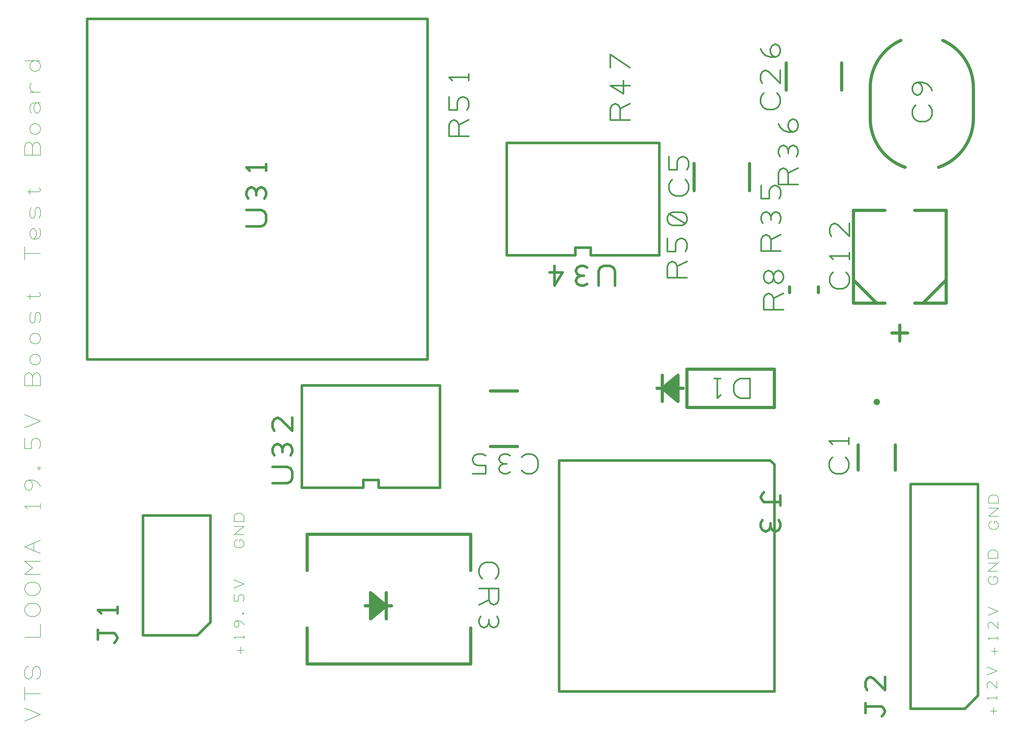
<source format=gbr>
%FSLAX23Y23*%
%MOIN*%
G04 EasyPC Gerber Version 17.0 Build 3379 *
%ADD72C,0.01756*%
%ADD74C,0.05269*%
%ADD80C,0.08782*%
%ADD73C,0.10539*%
X0Y0D02*
D02*
D72*
X1827Y6698D02*
X2354Y6918D01*
X1827Y7138*
X2354Y7621D02*
X1827D01*
Y7401D02*
Y7840D01*
X2223Y8104D02*
X2310Y8147D01*
X2354Y8235*
Y8411*
X2310Y8499*
X2223Y8543*
X2135Y8499*
X2091Y8411*
Y8235*
X2047Y8147*
X1959Y8104*
X1871Y8147*
X1827Y8235*
Y8411*
X1871Y8499*
X1959Y8543*
X1827Y9509D02*
X2354D01*
Y9948*
X2179Y10211D02*
X2003D01*
X1915Y10255*
X1871Y10299*
X1827Y10387*
Y10475*
X1871Y10563*
X1915Y10606*
X2003Y10650*
X2179*
X2266Y10606*
X2310Y10563*
X2354Y10475*
Y10387*
X2310Y10299*
X2266Y10255*
X2179Y10211*
Y10914D02*
X2003D01*
X1915Y10958*
X1871Y11002*
X1827Y11089*
Y11177*
X1871Y11265*
X1915Y11309*
X2003Y11353*
X2179*
X2266Y11309*
X2310Y11265*
X2354Y11177*
Y11089*
X2310Y11002*
X2266Y10958*
X2179Y10914*
X2354Y11616D02*
X1827D01*
X2091Y11836*
X1827Y12055*
X2354*
Y12319D02*
X1827Y12538D01*
X2354Y12758*
X2135Y12407D02*
Y12670D01*
X2354Y13812D02*
Y13987D01*
Y13900D02*
X1827D01*
X1915Y13812*
X2354Y14558D02*
X2310Y14646D01*
X2223Y14734*
X2091Y14778*
X1959*
X1871Y14734*
X1827Y14646*
Y14558*
X1871Y14471*
X1959Y14427*
X2047Y14471*
X2091Y14558*
Y14646*
X2047Y14734*
X1959Y14778*
X2354Y15173D02*
X2310Y15217D01*
X2266Y15173*
X2310Y15129*
X2354Y15173*
X2310Y15832D02*
X2354Y15920D01*
Y16051*
X2310Y16139*
X2223Y16183*
X2179*
X2091Y16139*
X2047Y16051*
Y15832*
X1827*
Y16183*
Y16534D02*
X2354Y16754D01*
X1827Y16973*
X2091Y18247D02*
X2135Y18335D01*
X2223Y18378*
X2310Y18335*
X2354Y18247*
Y17939*
X1827*
Y18247*
X1871Y18335*
X1959Y18378*
X2047Y18335*
X2091Y18247*
Y17939*
X2223Y18642D02*
X2310Y18686D01*
X2354Y18774*
Y18862*
X2310Y18949*
X2223Y18993*
X2135*
X2047Y18949*
X2003Y18862*
Y18774*
X2047Y18686*
X2135Y18642*
X2223*
Y19345D02*
X2310Y19388D01*
X2354Y19476*
Y19564*
X2310Y19652*
X2223Y19696*
X2135*
X2047Y19652*
X2003Y19564*
Y19476*
X2047Y19388*
X2135Y19345*
X2223*
X2310Y20047D02*
X2354Y20135D01*
Y20311*
X2310Y20398*
X2223*
X2179Y20311*
Y20135*
X2135Y20047*
X2047*
X2003Y20135*
Y20311*
X2047Y20398*
X2003Y20837D02*
Y21013D01*
X1915Y20925D02*
X2310D01*
X2354Y20969*
Y21013*
X2310Y21057*
X2354Y22374D02*
X1827D01*
Y22155D02*
Y22594D01*
X2310Y23209D02*
X2354Y23165D01*
Y23077*
Y22989*
X2310Y22901*
X2223Y22857*
X2091*
X2047Y22901*
X2003Y22989*
Y23077*
X2047Y23165*
X2091Y23209*
X2135*
X2179Y23165*
X2223Y23077*
Y22989*
X2179Y22901*
X2135Y22857*
X2310Y23560D02*
X2354Y23648D01*
Y23823*
X2310Y23911*
X2223*
X2179Y23823*
Y23648*
X2135Y23560*
X2047*
X2003Y23648*
Y23823*
X2047Y23911*
X2003Y24350D02*
Y24526D01*
X1915Y24438D02*
X2310D01*
X2354Y24482*
Y24526*
X2310Y24570*
X2091Y25975D02*
X2135Y26063D01*
X2223Y26107*
X2310Y26063*
X2354Y25975*
Y25668*
X1827*
Y25975*
X1871Y26063*
X1959Y26107*
X2047Y26063*
X2091Y25975*
Y25668*
X2223Y26370D02*
X2310Y26414D01*
X2354Y26502*
Y26590*
X2310Y26677*
X2223Y26721*
X2135*
X2047Y26677*
X2003Y26590*
Y26502*
X2047Y26414*
X2135Y26370*
X2223*
X2047Y27073D02*
X2003Y27160D01*
Y27292*
X2047Y27380*
X2135Y27424*
X2266*
X2310Y27380*
X2354Y27292*
Y27204*
X2310Y27117*
X2266Y27073*
X2223*
X2179Y27117*
X2135Y27204*
Y27292*
X2179Y27380*
X2223Y27424*
X2266D02*
X2354D01*
Y27775D02*
X2003D01*
X2135D02*
X2047Y27819D01*
X2003Y27907*
Y27995*
X2047Y28083*
X2135Y28829D02*
X2047Y28785D01*
X2003Y28697*
Y28610*
X2047Y28522*
X2135Y28478*
X2223*
X2310Y28522*
X2354Y28610*
Y28697*
X2310Y28785*
X2223Y28829*
X2354D02*
X1827D01*
X34331Y6927D02*
Y7146D01*
X34440Y7037D02*
X34221D01*
X34440Y7421D02*
Y7531D01*
Y7476D02*
X34111D01*
X34166Y7421*
X34440Y8025D02*
Y7805D01*
X34248Y7997*
X34193Y8025*
X34139Y7997*
X34111Y7942*
Y7860*
X34139Y7805*
X34111Y8244D02*
X34440Y8381D01*
X34111Y8519*
X34366Y8929D02*
Y9149D01*
X34476Y9039D02*
X34256D01*
X34476Y9423D02*
Y9533D01*
Y9478D02*
X34146D01*
X34201Y9423*
X34476Y10027D02*
Y9807D01*
X34283Y9999*
X34229Y10027*
X34174Y9999*
X34146Y9944*
Y9862*
X34174Y9807*
X34146Y10246D02*
X34476Y10384D01*
X34146Y10521*
X9074Y8964D02*
Y9184D01*
X9183Y9074D02*
X8964D01*
X9183Y9458D02*
Y9568D01*
Y9513D02*
X8854D01*
X8909Y9458*
X9183Y9925D02*
X9156Y9980D01*
X9101Y10034*
X9019Y10062*
X8936*
X8882Y10034*
X8854Y9980*
Y9925*
X8882Y9870*
X8936Y9842*
X8991Y9870*
X9019Y9925*
Y9980*
X8991Y10034*
X8936Y10062*
X9183Y10309D02*
X9156Y10336D01*
X9129Y10309*
X9156Y10281*
X9183Y10309*
X9156Y10721D02*
X9183Y10775D01*
Y10858*
X9156Y10913*
X9101Y10940*
X9074*
X9019Y10913*
X8991Y10858*
Y10721*
X8854*
Y10940*
Y11160D02*
X9183Y11297D01*
X8854Y11434*
X34338Y11475D02*
Y11557D01*
X34366*
X34421Y11530*
X34448Y11502*
X34476Y11447*
Y11392*
X34448Y11338*
X34421Y11310*
X34366Y11283*
X34256*
X34201Y11310*
X34174Y11338*
X34146Y11392*
Y11447*
X34174Y11502*
X34201Y11530*
X34256Y11557*
X34476Y11722D02*
X34146D01*
X34476Y11996*
X34146*
X34476Y12161D02*
X34146D01*
Y12325*
X34174Y12380*
X34201Y12408*
X34256Y12435*
X34366*
X34421Y12408*
X34448Y12380*
X34476Y12325*
Y12161*
X9046Y12704D02*
Y12787D01*
X9074*
X9129Y12759*
X9156Y12732*
X9183Y12677*
Y12622*
X9156Y12567*
X9129Y12540*
X9074Y12512*
X8964*
X8909Y12540*
X8882Y12567*
X8854Y12622*
Y12677*
X8882Y12732*
X8909Y12759*
X8964Y12787*
X9183Y12951D02*
X8854D01*
X9183Y13226*
X8854*
X9183Y13390D02*
X8854D01*
Y13555*
X8882Y13610*
X8909Y13637*
X8964Y13665*
X9074*
X9129Y13637*
X9156Y13610*
X9183Y13555*
Y13390*
X34356Y13319D02*
Y13401D01*
X34383*
X34438Y13374*
X34466Y13346*
X34493Y13291*
Y13237*
X34466Y13182*
X34438Y13154*
X34383Y13127*
X34274*
X34219Y13154*
X34191Y13182*
X34164Y13237*
Y13291*
X34191Y13346*
X34219Y13374*
X34274Y13401*
X34493Y13566D02*
X34164D01*
X34493Y13840*
X34164*
X34493Y14005D02*
X34164D01*
Y14170*
X34191Y14225*
X34219Y14252*
X34274Y14280*
X34383*
X34438Y14252*
X34466Y14225*
X34493Y14170*
Y14005*
D02*
D73*
X11303Y9818D02*
Y8613D01*
X16792*
Y9818*
X13957Y10125D02*
Y11003D01*
X13430Y10213D02*
X13957Y10564D01*
X13430Y10125*
Y11003*
X13957Y10564*
X13430Y10476*
Y10301D02*
X13957Y10564D01*
X13430Y10389*
X13255Y10564D02*
X14133D01*
X13430Y10740D02*
X13957Y10564D01*
X13430Y10652*
Y10916D02*
X13957Y10564D01*
X13430Y10828*
X16792Y11750D02*
Y12960D01*
X11303*
Y11750*
X31036Y15113D02*
Y15953D01*
X17452Y15902D02*
X18362D01*
X29789Y15953D02*
Y15113D01*
X30413Y17342D02*
G75*
G03Y17448J53D01*
G01*
G75*
G03Y17342J-53*
G01*
X23744Y17501D02*
X23217Y17852D01*
X23744Y17588*
Y17676D02*
X23217Y17852D01*
X23744Y17764*
X18362Y17764D02*
X17452D01*
X23919Y17852D02*
X23041D01*
X23744Y18115D02*
X23217Y17852D01*
X23744Y18027*
Y18203D02*
X23217Y17852D01*
X23744Y18291*
Y17413*
X23217Y17852*
X23744Y17940*
X23217Y18291D02*
Y17413D01*
X26979Y18493D02*
X24046D01*
Y17210*
X26979*
Y18493*
X30922Y19705D02*
X31449D01*
X31186Y19968D02*
Y19441D01*
X31963Y20706D02*
X32740Y21483D01*
X31688Y20706D02*
X32740D01*
Y23815*
X31688*
X30408Y20706D02*
X29631Y21483D01*
X28454Y21059D02*
Y21248D01*
X27488D02*
Y21059D01*
X30683Y23815D02*
X29631D01*
Y20706*
X30683*
X26145Y24475D02*
Y25385D01*
X32484Y25259D02*
G75*
G03X33653Y26896I-561J1637D01*
G01*
Y27932*
G75*
G03X32628Y29512I-1730*
G01*
X24283Y25385D02*
Y24475D01*
X29236Y27847D02*
Y28757D01*
X27374D02*
Y27847D01*
X31219Y29512D02*
G75*
G03X30193Y27932I704J-1580D01*
G01*
Y26896*
G75*
G03X31362Y25259I1730*
G01*
D02*
D74*
X17181Y11471D02*
X17126Y11526D01*
X17071Y11636*
Y11801*
X17126Y11911*
X17181Y11965*
X17290Y12020*
X17510*
X17620Y11965*
X17675Y11911*
X17729Y11801*
Y11636*
X17675Y11526*
X17620Y11471*
X17071Y11142D02*
X17729D01*
Y10758*
X17675Y10648*
X17565Y10593*
X17455Y10648*
X17400Y10758*
Y11142*
Y10758D02*
X17071Y10593D01*
X17126Y10209D02*
X17071Y10099D01*
Y9989*
X17126Y9880*
X17235Y9825*
X17345Y9880*
X17400Y9989*
Y10099*
Y9989D02*
X17455Y9880D01*
X17565Y9825*
X17675Y9880*
X17729Y9989*
Y10099*
X17675Y10209*
X29366Y15538D02*
X29420Y15483D01*
X29475Y15373*
Y15208*
X29420Y15098*
X29366Y15044*
X29256Y14989*
X29036*
X28926Y15044*
X28872Y15098*
X28817Y15208*
Y15373*
X28872Y15483*
X28926Y15538*
X29475Y15977D02*
Y16196D01*
Y16086D02*
X28817D01*
X28926Y15977*
X18500Y15540D02*
X18555Y15595D01*
X18665Y15650*
X18829*
X18939Y15595*
X18994Y15540*
X19049Y15430*
Y15210*
X18994Y15101*
X18939Y15046*
X18829Y14991*
X18665*
X18555Y15046*
X18500Y15101*
X18116Y15595D02*
X18006Y15650D01*
X17896*
X17787Y15595*
X17732Y15485*
X17787Y15375*
X17896Y15320*
X18006*
X17896D02*
X17787Y15265D01*
X17732Y15156*
X17787Y15046*
X17896Y14991*
X18006*
X18116Y15046*
X17293Y15595D02*
X17183Y15650D01*
X17018*
X16908Y15595*
X16853Y15485*
Y15430*
X16908Y15320*
X17018Y15265*
X17293*
Y14991*
X16853*
X26162Y18179D02*
Y17520D01*
X25833*
X25723Y17575*
X25668Y17630*
X25613Y17740*
Y17959*
X25668Y18069*
X25723Y18124*
X25833Y18179*
X26162*
X25174D02*
X24955D01*
X25065D02*
Y17520D01*
X25174Y17630*
X27280Y20486D02*
X26621D01*
Y20870*
X26676Y20980*
X26786Y21035*
X26896Y20980*
X26950Y20870*
Y20486*
Y20870D02*
X27280Y21035D01*
X26950Y21529D02*
Y21639D01*
X26896Y21749*
X26786Y21803*
X26676Y21749*
X26621Y21639*
Y21529*
X26676Y21419*
X26786Y21364*
X26896Y21419*
X26950Y21529*
X27005Y21419*
X27115Y21364*
X27225Y21419*
X27280Y21529*
Y21639*
X27225Y21749*
X27115Y21803*
X27005Y21749*
X26950Y21639*
X29383Y21738D02*
X29438Y21683D01*
X29493Y21573*
Y21408*
X29438Y21299*
X29383Y21244*
X29273Y21189*
X29054*
X28944Y21244*
X28889Y21299*
X28834Y21408*
Y21573*
X28889Y21683*
X28944Y21738*
X29493Y22177D02*
Y22396D01*
Y22286D02*
X28834D01*
X28944Y22177*
X29493Y23384D02*
Y22945D01*
X29109Y23329*
X28999Y23384*
X28889Y23329*
X28834Y23220*
Y23055*
X28889Y22945*
X24048Y21558D02*
X23389D01*
Y21942*
X23444Y22052*
X23554Y22106*
X23664Y22052*
X23719Y21942*
Y21558*
Y21942D02*
X24048Y22106D01*
X23993Y22436D02*
X24048Y22546D01*
Y22710*
X23993Y22820*
X23883Y22875*
X23829*
X23719Y22820*
X23664Y22710*
Y22436*
X23389*
Y22875*
X23993Y23369D02*
X24048Y23479D01*
Y23588*
X23993Y23698*
X23883Y23753*
X23554*
X23444Y23698*
X23389Y23588*
Y23479*
X23444Y23369*
X23554Y23314*
X23883*
X23993Y23369*
X23444Y23698*
X27192Y22453D02*
X26533D01*
Y22838*
X26588Y22947*
X26698Y23002*
X26808Y22947*
X26863Y22838*
Y22453*
Y22838D02*
X27192Y23002D01*
X27137Y23386D02*
X27192Y23496D01*
Y23606*
X27137Y23716*
X27027Y23771*
X26918Y23716*
X26863Y23606*
Y23496*
Y23606D02*
X26808Y23716D01*
X26698Y23771*
X26588Y23716*
X26533Y23606*
Y23496*
X26588Y23386*
X27137Y24210D02*
X27192Y24320D01*
Y24484*
X27137Y24594*
X27027Y24649*
X26972*
X26863Y24594*
X26808Y24484*
Y24210*
X26533*
Y24649*
X23991Y24846D02*
X24046Y24792D01*
X24101Y24682*
Y24517*
X24046Y24407*
X23991Y24352*
X23881Y24298*
X23662*
X23552Y24352*
X23497Y24407*
X23442Y24517*
Y24682*
X23497Y24792*
X23552Y24846*
X24046Y25176D02*
X24101Y25286D01*
Y25450*
X24046Y25560*
X23936Y25615*
X23881*
X23771Y25560*
X23716Y25450*
Y25176*
X23442*
Y25615*
X27772Y24684D02*
X27113D01*
Y25068*
X27168Y25178*
X27278Y25233*
X27387Y25178*
X27442Y25068*
Y24684*
Y25068D02*
X27772Y25233D01*
X27717Y25617D02*
X27772Y25727D01*
Y25837*
X27717Y25946*
X27607Y26001*
X27497Y25946*
X27442Y25837*
Y25727*
Y25837D02*
X27387Y25946D01*
X27278Y26001*
X27168Y25946*
X27113Y25837*
Y25727*
X27168Y25617*
X27607Y26440D02*
X27497Y26495D01*
X27442Y26605*
Y26715*
X27497Y26825*
X27607Y26879*
X27717Y26825*
X27772Y26715*
Y26605*
X27717Y26495*
X27607Y26440*
X27442*
X27278Y26495*
X27168Y26605*
X27113Y26715*
X16724Y26300D02*
X16065D01*
Y26684*
X16120Y26794*
X16230Y26849*
X16340Y26794*
X16395Y26684*
Y26300*
Y26684D02*
X16724Y26849D01*
X16669Y27178D02*
X16724Y27288D01*
Y27453*
X16669Y27562*
X16559Y27617*
X16504*
X16395Y27562*
X16340Y27453*
Y27178*
X16065*
Y27617*
X16724Y28166D02*
Y28386D01*
Y28276D02*
X16065D01*
X16175Y28166*
X32158Y27341D02*
X32213Y27286D01*
X32268Y27176*
Y27011*
X32213Y26901*
X32158Y26847*
X32048Y26792*
X31829*
X31719Y26847*
X31664Y26901*
X31609Y27011*
Y27176*
X31664Y27286*
X31719Y27341*
X32268Y27834D02*
X32213Y27944D01*
X32103Y28054*
X31939Y28109*
X31774*
X31664Y28054*
X31609Y27944*
Y27834*
X31664Y27725*
X31774Y27670*
X31884Y27725*
X31939Y27834*
Y27944*
X31884Y28054*
X31774Y28109*
X22134Y26844D02*
X21475D01*
Y27229*
X21530Y27338*
X21640Y27393*
X21749Y27338*
X21804Y27229*
Y26844*
Y27229D02*
X22134Y27393D01*
Y27997D02*
X21475D01*
X21914Y27723*
Y28162*
X22134Y28601D02*
X21475Y29040D01*
Y28601*
X27065Y27745D02*
X27120Y27690D01*
X27174Y27580*
Y27415*
X27120Y27305*
X27065Y27251*
X26955Y27196*
X26735*
X26626Y27251*
X26571Y27305*
X26516Y27415*
Y27580*
X26571Y27690*
X26626Y27745*
X27174Y28513D02*
Y28074D01*
X26790Y28458*
X26680Y28513*
X26571Y28458*
X26516Y28348*
Y28184*
X26571Y28074*
X27010Y28952D02*
X26900Y29007D01*
X26845Y29117*
Y29226*
X26900Y29336*
X27010Y29391*
X27120Y29336*
X27174Y29226*
Y29117*
X27120Y29007*
X27010Y28952*
X26845*
X26680Y29007*
X26571Y29117*
X26516Y29226*
D02*
D80*
X30582Y6861D02*
X30637Y6916D01*
X30692Y7026*
X30637Y7136*
X30582Y7190*
X30033*
Y7300*
Y7190D02*
Y6971D01*
X30692Y8178D02*
Y7739D01*
X30308Y8123*
X30198Y8178*
X30088Y8123*
X30033Y8014*
Y7849*
X30088Y7739*
X31548Y7113D02*
Y14644D01*
X33809*
Y7553*
X33370Y7113*
X31548*
X4833Y9320D02*
X4888Y9375D01*
X4943Y9485*
X4888Y9594*
X4833Y9649*
X4284*
Y9759*
Y9649D02*
Y9430D01*
X4943Y10308D02*
Y10528D01*
Y10418D02*
X4284D01*
X4394Y10308*
X5799Y9572D02*
Y13590D01*
X8060*
Y10012*
X7621Y9572*
X5799*
X26629Y14368D02*
X26574Y14313D01*
X26519Y14204*
X26574Y14094*
X26629Y14039*
X27178*
Y13929*
Y14039D02*
Y14258D01*
X26574Y13435D02*
X26519Y13325D01*
Y13216*
X26574Y13106*
X26684Y13051*
X26793Y13106*
X26848Y13216*
Y13325*
Y13216D02*
X26903Y13106D01*
X27013Y13051*
X27123Y13106*
X27178Y13216*
Y13325*
X27123Y13435*
X11129Y14521D02*
Y17951D01*
X15762*
Y14521*
X13705*
Y14780*
X13187*
Y14521*
X11129*
X10146Y14672D02*
X10640D01*
X10750Y14727*
X10805Y14837*
Y15057*
X10750Y15166*
X10640Y15221*
X10146*
X10750Y15606D02*
X10805Y15715D01*
Y15825*
X10750Y15935*
X10640Y15990*
X10530Y15935*
X10475Y15825*
Y15715*
Y15825D02*
X10421Y15935D01*
X10311Y15990*
X10201Y15935*
X10146Y15825*
Y15715*
X10201Y15606*
X10805Y16868D02*
Y16429D01*
X10421Y16813*
X10311Y16868*
X10201Y16813*
X10146Y16703*
Y16539*
X10201Y16429*
X26980Y15295D02*
Y7694D01*
X19759*
Y15433*
X26842*
X26980Y15295*
X21631Y21296D02*
Y21790D01*
X21576Y21900*
X21466Y21955*
X21247*
X21137Y21900*
X21082Y21790*
Y21296*
X20698Y21900D02*
X20588Y21955D01*
X20478*
X20368Y21900*
X20314Y21790*
X20368Y21681*
X20478Y21626*
X20588*
X20478D02*
X20368Y21571D01*
X20314Y21461*
X20368Y21351*
X20478Y21296*
X20588*
X20698Y21351*
X19600Y21955D02*
Y21296D01*
X19874Y21735*
X19435*
X18001Y22308D02*
Y26077D01*
X23118*
Y22308*
X20819*
Y22567*
X20300*
Y22308*
X18001*
X9268Y23279D02*
X9762D01*
X9872Y23334*
X9927Y23443*
Y23663*
X9872Y23773*
X9762Y23828*
X9268*
X9872Y24212D02*
X9927Y24322D01*
Y24432*
X9872Y24541*
X9762Y24596*
X9652Y24541*
X9597Y24432*
Y24322*
Y24432D02*
X9542Y24541D01*
X9433Y24596*
X9323Y24541*
X9268Y24432*
Y24322*
X9323Y24212*
X9927Y25145D02*
Y25365D01*
Y25255D02*
X9268D01*
X9378Y25145*
X3926Y30234D02*
Y18818D01*
X15343*
Y30234*
X3926*
X0Y0D02*
M02*

</source>
